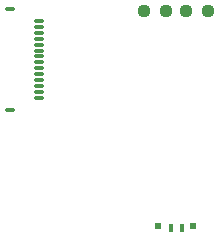
<source format=gbr>
%TF.GenerationSoftware,KiCad,Pcbnew,8.0.1*%
%TF.CreationDate,2024-03-21T19:56:43-04:00*%
%TF.ProjectId,001-v2,3030312d-7632-42e6-9b69-6361645f7063,rev?*%
%TF.SameCoordinates,Original*%
%TF.FileFunction,Paste,Top*%
%TF.FilePolarity,Positive*%
%FSLAX46Y46*%
G04 Gerber Fmt 4.6, Leading zero omitted, Abs format (unit mm)*
G04 Created by KiCad (PCBNEW 8.0.1) date 2024-03-21 19:56:43*
%MOMM*%
%LPD*%
G01*
G04 APERTURE LIST*
G04 Aperture macros list*
%AMRoundRect*
0 Rectangle with rounded corners*
0 $1 Rounding radius*
0 $2 $3 $4 $5 $6 $7 $8 $9 X,Y pos of 4 corners*
0 Add a 4 corners polygon primitive as box body*
4,1,4,$2,$3,$4,$5,$6,$7,$8,$9,$2,$3,0*
0 Add four circle primitives for the rounded corners*
1,1,$1+$1,$2,$3*
1,1,$1+$1,$4,$5*
1,1,$1+$1,$6,$7*
1,1,$1+$1,$8,$9*
0 Add four rect primitives between the rounded corners*
20,1,$1+$1,$2,$3,$4,$5,0*
20,1,$1+$1,$4,$5,$6,$7,0*
20,1,$1+$1,$6,$7,$8,$9,0*
20,1,$1+$1,$8,$9,$2,$3,0*%
G04 Aperture macros list end*
%ADD10RoundRect,0.237500X0.250000X0.237500X-0.250000X0.237500X-0.250000X-0.237500X0.250000X-0.237500X0*%
%ADD11RoundRect,0.237500X-0.250000X-0.237500X0.250000X-0.237500X0.250000X0.237500X-0.250000X0.237500X0*%
%ADD12R,0.600000X0.500000*%
%ADD13R,0.440000X0.750000*%
%ADD14RoundRect,0.100000X-0.300000X0.100000X-0.300000X-0.100000X0.300000X-0.100000X0.300000X0.100000X0*%
%ADD15RoundRect,0.075000X-0.325000X0.075000X-0.325000X-0.075000X0.325000X-0.075000X0.325000X0.075000X0*%
G04 APERTURE END LIST*
D10*
%TO.C,R2*%
X120038500Y-52070000D03*
X118213500Y-52070000D03*
%TD*%
D11*
%TO.C,R1*%
X114657500Y-52070000D03*
X116482500Y-52070000D03*
%TD*%
D12*
%TO.C,D1*%
X115828000Y-70273000D03*
D13*
X116898000Y-70398000D03*
X117798000Y-70398000D03*
D12*
X118748000Y-70273000D03*
%TD*%
D14*
%TO.C,J2*%
X103265600Y-51884000D03*
X103265600Y-60384000D03*
D15*
X105765600Y-52884000D03*
X105765600Y-53384000D03*
X105765600Y-53884000D03*
X105765600Y-54384000D03*
X105765600Y-54884000D03*
X105765600Y-55384000D03*
X105765600Y-55884000D03*
X105765600Y-56384000D03*
X105765600Y-56884000D03*
X105765600Y-57384000D03*
X105765600Y-57884000D03*
X105765600Y-58384000D03*
X105765600Y-58884000D03*
X105765600Y-59384000D03*
%TD*%
M02*

</source>
